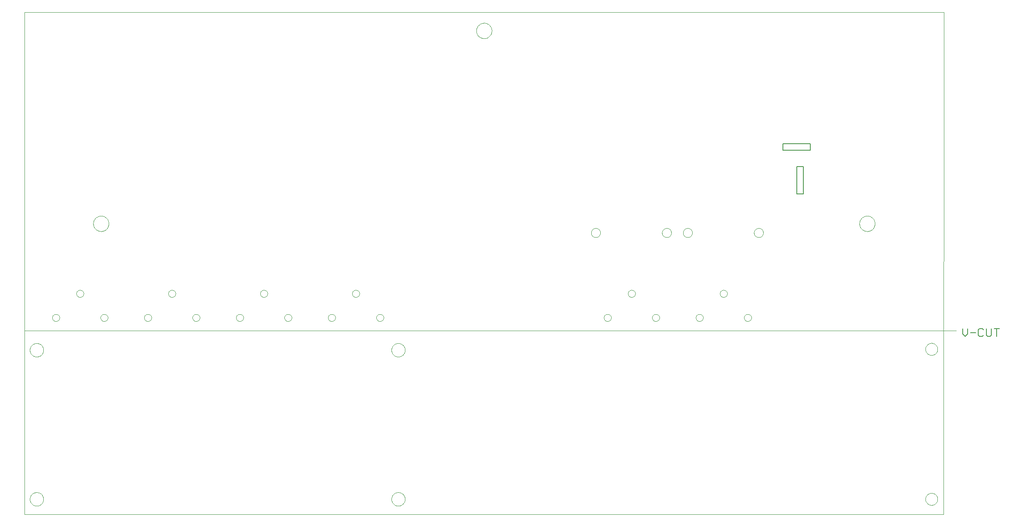
<source format=gtp>
G75*
%MOIN*%
%OFA0B0*%
%FSLAX24Y24*%
%IPPOS*%
%LPD*%
%AMOC8*
5,1,8,0,0,1.08239X$1,22.5*
%
%ADD10C,0.0000*%
%ADD11C,0.0060*%
%ADD12C,0.0050*%
D10*
X000500Y000250D02*
X000500Y015250D01*
X076500Y015250D01*
X074008Y013750D02*
X074010Y013794D01*
X074016Y013838D01*
X074026Y013881D01*
X074039Y013923D01*
X074057Y013963D01*
X074078Y014002D01*
X074102Y014039D01*
X074129Y014074D01*
X074160Y014106D01*
X074193Y014135D01*
X074229Y014161D01*
X074267Y014183D01*
X074307Y014202D01*
X074348Y014218D01*
X074391Y014230D01*
X074434Y014238D01*
X074478Y014242D01*
X074522Y014242D01*
X074566Y014238D01*
X074609Y014230D01*
X074652Y014218D01*
X074693Y014202D01*
X074733Y014183D01*
X074771Y014161D01*
X074807Y014135D01*
X074840Y014106D01*
X074871Y014074D01*
X074898Y014039D01*
X074922Y014002D01*
X074943Y013963D01*
X074961Y013923D01*
X074974Y013881D01*
X074984Y013838D01*
X074990Y013794D01*
X074992Y013750D01*
X074990Y013706D01*
X074984Y013662D01*
X074974Y013619D01*
X074961Y013577D01*
X074943Y013537D01*
X074922Y013498D01*
X074898Y013461D01*
X074871Y013426D01*
X074840Y013394D01*
X074807Y013365D01*
X074771Y013339D01*
X074733Y013317D01*
X074693Y013298D01*
X074652Y013282D01*
X074609Y013270D01*
X074566Y013262D01*
X074522Y013258D01*
X074478Y013258D01*
X074434Y013262D01*
X074391Y013270D01*
X074348Y013282D01*
X074307Y013298D01*
X074267Y013317D01*
X074229Y013339D01*
X074193Y013365D01*
X074160Y013394D01*
X074129Y013426D01*
X074102Y013461D01*
X074078Y013498D01*
X074057Y013537D01*
X074039Y013577D01*
X074026Y013619D01*
X074016Y013662D01*
X074010Y013706D01*
X074008Y013750D01*
X059213Y016313D02*
X059215Y016347D01*
X059221Y016381D01*
X059231Y016414D01*
X059244Y016445D01*
X059262Y016475D01*
X059282Y016503D01*
X059306Y016528D01*
X059332Y016550D01*
X059360Y016568D01*
X059391Y016584D01*
X059423Y016596D01*
X059457Y016604D01*
X059491Y016608D01*
X059525Y016608D01*
X059559Y016604D01*
X059593Y016596D01*
X059625Y016584D01*
X059655Y016568D01*
X059684Y016550D01*
X059710Y016528D01*
X059734Y016503D01*
X059754Y016475D01*
X059772Y016445D01*
X059785Y016414D01*
X059795Y016381D01*
X059801Y016347D01*
X059803Y016313D01*
X059801Y016279D01*
X059795Y016245D01*
X059785Y016212D01*
X059772Y016181D01*
X059754Y016151D01*
X059734Y016123D01*
X059710Y016098D01*
X059684Y016076D01*
X059656Y016058D01*
X059625Y016042D01*
X059593Y016030D01*
X059559Y016022D01*
X059525Y016018D01*
X059491Y016018D01*
X059457Y016022D01*
X059423Y016030D01*
X059391Y016042D01*
X059360Y016058D01*
X059332Y016076D01*
X059306Y016098D01*
X059282Y016123D01*
X059262Y016151D01*
X059244Y016181D01*
X059231Y016212D01*
X059221Y016245D01*
X059215Y016279D01*
X059213Y016313D01*
X055276Y016313D02*
X055278Y016347D01*
X055284Y016381D01*
X055294Y016414D01*
X055307Y016445D01*
X055325Y016475D01*
X055345Y016503D01*
X055369Y016528D01*
X055395Y016550D01*
X055423Y016568D01*
X055454Y016584D01*
X055486Y016596D01*
X055520Y016604D01*
X055554Y016608D01*
X055588Y016608D01*
X055622Y016604D01*
X055656Y016596D01*
X055688Y016584D01*
X055718Y016568D01*
X055747Y016550D01*
X055773Y016528D01*
X055797Y016503D01*
X055817Y016475D01*
X055835Y016445D01*
X055848Y016414D01*
X055858Y016381D01*
X055864Y016347D01*
X055866Y016313D01*
X055864Y016279D01*
X055858Y016245D01*
X055848Y016212D01*
X055835Y016181D01*
X055817Y016151D01*
X055797Y016123D01*
X055773Y016098D01*
X055747Y016076D01*
X055719Y016058D01*
X055688Y016042D01*
X055656Y016030D01*
X055622Y016022D01*
X055588Y016018D01*
X055554Y016018D01*
X055520Y016022D01*
X055486Y016030D01*
X055454Y016042D01*
X055423Y016058D01*
X055395Y016076D01*
X055369Y016098D01*
X055345Y016123D01*
X055325Y016151D01*
X055307Y016181D01*
X055294Y016212D01*
X055284Y016245D01*
X055278Y016279D01*
X055276Y016313D01*
X051713Y016313D02*
X051715Y016347D01*
X051721Y016381D01*
X051731Y016414D01*
X051744Y016445D01*
X051762Y016475D01*
X051782Y016503D01*
X051806Y016528D01*
X051832Y016550D01*
X051860Y016568D01*
X051891Y016584D01*
X051923Y016596D01*
X051957Y016604D01*
X051991Y016608D01*
X052025Y016608D01*
X052059Y016604D01*
X052093Y016596D01*
X052125Y016584D01*
X052155Y016568D01*
X052184Y016550D01*
X052210Y016528D01*
X052234Y016503D01*
X052254Y016475D01*
X052272Y016445D01*
X052285Y016414D01*
X052295Y016381D01*
X052301Y016347D01*
X052303Y016313D01*
X052301Y016279D01*
X052295Y016245D01*
X052285Y016212D01*
X052272Y016181D01*
X052254Y016151D01*
X052234Y016123D01*
X052210Y016098D01*
X052184Y016076D01*
X052156Y016058D01*
X052125Y016042D01*
X052093Y016030D01*
X052059Y016022D01*
X052025Y016018D01*
X051991Y016018D01*
X051957Y016022D01*
X051923Y016030D01*
X051891Y016042D01*
X051860Y016058D01*
X051832Y016076D01*
X051806Y016098D01*
X051782Y016123D01*
X051762Y016151D01*
X051744Y016181D01*
X051731Y016212D01*
X051721Y016245D01*
X051715Y016279D01*
X051713Y016313D01*
X049744Y018281D02*
X049746Y018315D01*
X049752Y018349D01*
X049762Y018382D01*
X049775Y018413D01*
X049793Y018443D01*
X049813Y018471D01*
X049837Y018496D01*
X049863Y018518D01*
X049891Y018536D01*
X049922Y018552D01*
X049954Y018564D01*
X049988Y018572D01*
X050022Y018576D01*
X050056Y018576D01*
X050090Y018572D01*
X050124Y018564D01*
X050156Y018552D01*
X050186Y018536D01*
X050215Y018518D01*
X050241Y018496D01*
X050265Y018471D01*
X050285Y018443D01*
X050303Y018413D01*
X050316Y018382D01*
X050326Y018349D01*
X050332Y018315D01*
X050334Y018281D01*
X050332Y018247D01*
X050326Y018213D01*
X050316Y018180D01*
X050303Y018149D01*
X050285Y018119D01*
X050265Y018091D01*
X050241Y018066D01*
X050215Y018044D01*
X050187Y018026D01*
X050156Y018010D01*
X050124Y017998D01*
X050090Y017990D01*
X050056Y017986D01*
X050022Y017986D01*
X049988Y017990D01*
X049954Y017998D01*
X049922Y018010D01*
X049891Y018026D01*
X049863Y018044D01*
X049837Y018066D01*
X049813Y018091D01*
X049793Y018119D01*
X049775Y018149D01*
X049762Y018180D01*
X049752Y018213D01*
X049746Y018247D01*
X049744Y018281D01*
X047776Y016313D02*
X047778Y016347D01*
X047784Y016381D01*
X047794Y016414D01*
X047807Y016445D01*
X047825Y016475D01*
X047845Y016503D01*
X047869Y016528D01*
X047895Y016550D01*
X047923Y016568D01*
X047954Y016584D01*
X047986Y016596D01*
X048020Y016604D01*
X048054Y016608D01*
X048088Y016608D01*
X048122Y016604D01*
X048156Y016596D01*
X048188Y016584D01*
X048218Y016568D01*
X048247Y016550D01*
X048273Y016528D01*
X048297Y016503D01*
X048317Y016475D01*
X048335Y016445D01*
X048348Y016414D01*
X048358Y016381D01*
X048364Y016347D01*
X048366Y016313D01*
X048364Y016279D01*
X048358Y016245D01*
X048348Y016212D01*
X048335Y016181D01*
X048317Y016151D01*
X048297Y016123D01*
X048273Y016098D01*
X048247Y016076D01*
X048219Y016058D01*
X048188Y016042D01*
X048156Y016030D01*
X048122Y016022D01*
X048088Y016018D01*
X048054Y016018D01*
X048020Y016022D01*
X047986Y016030D01*
X047954Y016042D01*
X047923Y016058D01*
X047895Y016076D01*
X047869Y016098D01*
X047845Y016123D01*
X047825Y016151D01*
X047807Y016181D01*
X047794Y016212D01*
X047784Y016245D01*
X047778Y016279D01*
X047776Y016313D01*
X057244Y018281D02*
X057246Y018315D01*
X057252Y018349D01*
X057262Y018382D01*
X057275Y018413D01*
X057293Y018443D01*
X057313Y018471D01*
X057337Y018496D01*
X057363Y018518D01*
X057391Y018536D01*
X057422Y018552D01*
X057454Y018564D01*
X057488Y018572D01*
X057522Y018576D01*
X057556Y018576D01*
X057590Y018572D01*
X057624Y018564D01*
X057656Y018552D01*
X057686Y018536D01*
X057715Y018518D01*
X057741Y018496D01*
X057765Y018471D01*
X057785Y018443D01*
X057803Y018413D01*
X057816Y018382D01*
X057826Y018349D01*
X057832Y018315D01*
X057834Y018281D01*
X057832Y018247D01*
X057826Y018213D01*
X057816Y018180D01*
X057803Y018149D01*
X057785Y018119D01*
X057765Y018091D01*
X057741Y018066D01*
X057715Y018044D01*
X057687Y018026D01*
X057656Y018010D01*
X057624Y017998D01*
X057590Y017990D01*
X057556Y017986D01*
X057522Y017986D01*
X057488Y017990D01*
X057454Y017998D01*
X057422Y018010D01*
X057391Y018026D01*
X057363Y018044D01*
X057337Y018066D01*
X057313Y018091D01*
X057293Y018119D01*
X057275Y018149D01*
X057262Y018180D01*
X057252Y018213D01*
X057246Y018247D01*
X057244Y018281D01*
X054231Y023250D02*
X054233Y023288D01*
X054239Y023327D01*
X054249Y023364D01*
X054262Y023400D01*
X054280Y023434D01*
X054300Y023467D01*
X054324Y023497D01*
X054351Y023524D01*
X054381Y023549D01*
X054412Y023571D01*
X054446Y023589D01*
X054482Y023603D01*
X054519Y023614D01*
X054557Y023621D01*
X054595Y023624D01*
X054634Y023623D01*
X054672Y023618D01*
X054710Y023609D01*
X054746Y023596D01*
X054781Y023580D01*
X054814Y023560D01*
X054845Y023537D01*
X054873Y023511D01*
X054898Y023482D01*
X054921Y023451D01*
X054940Y023417D01*
X054955Y023382D01*
X054967Y023345D01*
X054975Y023308D01*
X054979Y023269D01*
X054979Y023231D01*
X054975Y023192D01*
X054967Y023155D01*
X054955Y023118D01*
X054940Y023083D01*
X054921Y023049D01*
X054898Y023018D01*
X054873Y022989D01*
X054845Y022963D01*
X054814Y022940D01*
X054781Y022920D01*
X054746Y022904D01*
X054710Y022891D01*
X054672Y022882D01*
X054634Y022877D01*
X054595Y022876D01*
X054557Y022879D01*
X054519Y022886D01*
X054482Y022897D01*
X054446Y022911D01*
X054412Y022929D01*
X054381Y022951D01*
X054351Y022976D01*
X054324Y023003D01*
X054300Y023033D01*
X054280Y023066D01*
X054262Y023100D01*
X054249Y023136D01*
X054239Y023173D01*
X054233Y023212D01*
X054231Y023250D01*
X052521Y023250D02*
X052523Y023288D01*
X052529Y023327D01*
X052539Y023364D01*
X052552Y023400D01*
X052570Y023434D01*
X052590Y023467D01*
X052614Y023497D01*
X052641Y023524D01*
X052671Y023549D01*
X052702Y023571D01*
X052736Y023589D01*
X052772Y023603D01*
X052809Y023614D01*
X052847Y023621D01*
X052885Y023624D01*
X052924Y023623D01*
X052962Y023618D01*
X053000Y023609D01*
X053036Y023596D01*
X053071Y023580D01*
X053104Y023560D01*
X053135Y023537D01*
X053163Y023511D01*
X053188Y023482D01*
X053211Y023451D01*
X053230Y023417D01*
X053245Y023382D01*
X053257Y023345D01*
X053265Y023308D01*
X053269Y023269D01*
X053269Y023231D01*
X053265Y023192D01*
X053257Y023155D01*
X053245Y023118D01*
X053230Y023083D01*
X053211Y023049D01*
X053188Y023018D01*
X053163Y022989D01*
X053135Y022963D01*
X053104Y022940D01*
X053071Y022920D01*
X053036Y022904D01*
X053000Y022891D01*
X052962Y022882D01*
X052924Y022877D01*
X052885Y022876D01*
X052847Y022879D01*
X052809Y022886D01*
X052772Y022897D01*
X052736Y022911D01*
X052702Y022929D01*
X052671Y022951D01*
X052641Y022976D01*
X052614Y023003D01*
X052590Y023033D01*
X052570Y023066D01*
X052552Y023100D01*
X052539Y023136D01*
X052529Y023173D01*
X052523Y023212D01*
X052521Y023250D01*
X046731Y023250D02*
X046733Y023288D01*
X046739Y023327D01*
X046749Y023364D01*
X046762Y023400D01*
X046780Y023434D01*
X046800Y023467D01*
X046824Y023497D01*
X046851Y023524D01*
X046881Y023549D01*
X046912Y023571D01*
X046946Y023589D01*
X046982Y023603D01*
X047019Y023614D01*
X047057Y023621D01*
X047095Y023624D01*
X047134Y023623D01*
X047172Y023618D01*
X047210Y023609D01*
X047246Y023596D01*
X047281Y023580D01*
X047314Y023560D01*
X047345Y023537D01*
X047373Y023511D01*
X047398Y023482D01*
X047421Y023451D01*
X047440Y023417D01*
X047455Y023382D01*
X047467Y023345D01*
X047475Y023308D01*
X047479Y023269D01*
X047479Y023231D01*
X047475Y023192D01*
X047467Y023155D01*
X047455Y023118D01*
X047440Y023083D01*
X047421Y023049D01*
X047398Y023018D01*
X047373Y022989D01*
X047345Y022963D01*
X047314Y022940D01*
X047281Y022920D01*
X047246Y022904D01*
X047210Y022891D01*
X047172Y022882D01*
X047134Y022877D01*
X047095Y022876D01*
X047057Y022879D01*
X047019Y022886D01*
X046982Y022897D01*
X046946Y022911D01*
X046912Y022929D01*
X046881Y022951D01*
X046851Y022976D01*
X046824Y023003D01*
X046800Y023033D01*
X046780Y023066D01*
X046762Y023100D01*
X046749Y023136D01*
X046739Y023173D01*
X046733Y023212D01*
X046731Y023250D01*
X060021Y023250D02*
X060023Y023288D01*
X060029Y023327D01*
X060039Y023364D01*
X060052Y023400D01*
X060070Y023434D01*
X060090Y023467D01*
X060114Y023497D01*
X060141Y023524D01*
X060171Y023549D01*
X060202Y023571D01*
X060236Y023589D01*
X060272Y023603D01*
X060309Y023614D01*
X060347Y023621D01*
X060385Y023624D01*
X060424Y023623D01*
X060462Y023618D01*
X060500Y023609D01*
X060536Y023596D01*
X060571Y023580D01*
X060604Y023560D01*
X060635Y023537D01*
X060663Y023511D01*
X060688Y023482D01*
X060711Y023451D01*
X060730Y023417D01*
X060745Y023382D01*
X060757Y023345D01*
X060765Y023308D01*
X060769Y023269D01*
X060769Y023231D01*
X060765Y023192D01*
X060757Y023155D01*
X060745Y023118D01*
X060730Y023083D01*
X060711Y023049D01*
X060688Y023018D01*
X060663Y022989D01*
X060635Y022963D01*
X060604Y022940D01*
X060571Y022920D01*
X060536Y022904D01*
X060500Y022891D01*
X060462Y022882D01*
X060424Y022877D01*
X060385Y022876D01*
X060347Y022879D01*
X060309Y022886D01*
X060272Y022897D01*
X060236Y022911D01*
X060202Y022929D01*
X060171Y022951D01*
X060141Y022976D01*
X060114Y023003D01*
X060090Y023033D01*
X060070Y023066D01*
X060052Y023100D01*
X060039Y023136D01*
X060029Y023173D01*
X060023Y023212D01*
X060021Y023250D01*
X068620Y024000D02*
X068622Y024050D01*
X068628Y024100D01*
X068638Y024149D01*
X068652Y024197D01*
X068669Y024244D01*
X068690Y024289D01*
X068715Y024333D01*
X068743Y024374D01*
X068775Y024413D01*
X068809Y024450D01*
X068846Y024484D01*
X068886Y024514D01*
X068928Y024541D01*
X068972Y024565D01*
X069018Y024586D01*
X069065Y024602D01*
X069113Y024615D01*
X069163Y024624D01*
X069212Y024629D01*
X069263Y024630D01*
X069313Y024627D01*
X069362Y024620D01*
X069411Y024609D01*
X069459Y024594D01*
X069505Y024576D01*
X069550Y024554D01*
X069593Y024528D01*
X069634Y024499D01*
X069673Y024467D01*
X069709Y024432D01*
X069741Y024394D01*
X069771Y024354D01*
X069798Y024311D01*
X069821Y024267D01*
X069840Y024221D01*
X069856Y024173D01*
X069868Y024124D01*
X069876Y024075D01*
X069880Y024025D01*
X069880Y023975D01*
X069876Y023925D01*
X069868Y023876D01*
X069856Y023827D01*
X069840Y023779D01*
X069821Y023733D01*
X069798Y023689D01*
X069771Y023646D01*
X069741Y023606D01*
X069709Y023568D01*
X069673Y023533D01*
X069634Y023501D01*
X069593Y023472D01*
X069550Y023446D01*
X069505Y023424D01*
X069459Y023406D01*
X069411Y023391D01*
X069362Y023380D01*
X069313Y023373D01*
X069263Y023370D01*
X069212Y023371D01*
X069163Y023376D01*
X069113Y023385D01*
X069065Y023398D01*
X069018Y023414D01*
X068972Y023435D01*
X068928Y023459D01*
X068886Y023486D01*
X068846Y023516D01*
X068809Y023550D01*
X068775Y023587D01*
X068743Y023626D01*
X068715Y023667D01*
X068690Y023711D01*
X068669Y023756D01*
X068652Y023803D01*
X068638Y023851D01*
X068628Y023900D01*
X068622Y023950D01*
X068620Y024000D01*
X037370Y039750D02*
X037372Y039800D01*
X037378Y039850D01*
X037388Y039899D01*
X037402Y039947D01*
X037419Y039994D01*
X037440Y040039D01*
X037465Y040083D01*
X037493Y040124D01*
X037525Y040163D01*
X037559Y040200D01*
X037596Y040234D01*
X037636Y040264D01*
X037678Y040291D01*
X037722Y040315D01*
X037768Y040336D01*
X037815Y040352D01*
X037863Y040365D01*
X037913Y040374D01*
X037962Y040379D01*
X038013Y040380D01*
X038063Y040377D01*
X038112Y040370D01*
X038161Y040359D01*
X038209Y040344D01*
X038255Y040326D01*
X038300Y040304D01*
X038343Y040278D01*
X038384Y040249D01*
X038423Y040217D01*
X038459Y040182D01*
X038491Y040144D01*
X038521Y040104D01*
X038548Y040061D01*
X038571Y040017D01*
X038590Y039971D01*
X038606Y039923D01*
X038618Y039874D01*
X038626Y039825D01*
X038630Y039775D01*
X038630Y039725D01*
X038626Y039675D01*
X038618Y039626D01*
X038606Y039577D01*
X038590Y039529D01*
X038571Y039483D01*
X038548Y039439D01*
X038521Y039396D01*
X038491Y039356D01*
X038459Y039318D01*
X038423Y039283D01*
X038384Y039251D01*
X038343Y039222D01*
X038300Y039196D01*
X038255Y039174D01*
X038209Y039156D01*
X038161Y039141D01*
X038112Y039130D01*
X038063Y039123D01*
X038013Y039120D01*
X037962Y039121D01*
X037913Y039126D01*
X037863Y039135D01*
X037815Y039148D01*
X037768Y039164D01*
X037722Y039185D01*
X037678Y039209D01*
X037636Y039236D01*
X037596Y039266D01*
X037559Y039300D01*
X037525Y039337D01*
X037493Y039376D01*
X037465Y039417D01*
X037440Y039461D01*
X037419Y039506D01*
X037402Y039553D01*
X037388Y039601D01*
X037378Y039650D01*
X037372Y039700D01*
X037370Y039750D01*
X006120Y024000D02*
X006122Y024050D01*
X006128Y024100D01*
X006138Y024149D01*
X006152Y024197D01*
X006169Y024244D01*
X006190Y024289D01*
X006215Y024333D01*
X006243Y024374D01*
X006275Y024413D01*
X006309Y024450D01*
X006346Y024484D01*
X006386Y024514D01*
X006428Y024541D01*
X006472Y024565D01*
X006518Y024586D01*
X006565Y024602D01*
X006613Y024615D01*
X006663Y024624D01*
X006712Y024629D01*
X006763Y024630D01*
X006813Y024627D01*
X006862Y024620D01*
X006911Y024609D01*
X006959Y024594D01*
X007005Y024576D01*
X007050Y024554D01*
X007093Y024528D01*
X007134Y024499D01*
X007173Y024467D01*
X007209Y024432D01*
X007241Y024394D01*
X007271Y024354D01*
X007298Y024311D01*
X007321Y024267D01*
X007340Y024221D01*
X007356Y024173D01*
X007368Y024124D01*
X007376Y024075D01*
X007380Y024025D01*
X007380Y023975D01*
X007376Y023925D01*
X007368Y023876D01*
X007356Y023827D01*
X007340Y023779D01*
X007321Y023733D01*
X007298Y023689D01*
X007271Y023646D01*
X007241Y023606D01*
X007209Y023568D01*
X007173Y023533D01*
X007134Y023501D01*
X007093Y023472D01*
X007050Y023446D01*
X007005Y023424D01*
X006959Y023406D01*
X006911Y023391D01*
X006862Y023380D01*
X006813Y023373D01*
X006763Y023370D01*
X006712Y023371D01*
X006663Y023376D01*
X006613Y023385D01*
X006565Y023398D01*
X006518Y023414D01*
X006472Y023435D01*
X006428Y023459D01*
X006386Y023486D01*
X006346Y023516D01*
X006309Y023550D01*
X006275Y023587D01*
X006243Y023626D01*
X006215Y023667D01*
X006190Y023711D01*
X006169Y023756D01*
X006152Y023803D01*
X006138Y023851D01*
X006128Y023900D01*
X006122Y023950D01*
X006120Y024000D01*
X004744Y018281D02*
X004746Y018315D01*
X004752Y018349D01*
X004762Y018382D01*
X004775Y018413D01*
X004793Y018443D01*
X004813Y018471D01*
X004837Y018496D01*
X004863Y018518D01*
X004891Y018536D01*
X004922Y018552D01*
X004954Y018564D01*
X004988Y018572D01*
X005022Y018576D01*
X005056Y018576D01*
X005090Y018572D01*
X005124Y018564D01*
X005156Y018552D01*
X005186Y018536D01*
X005215Y018518D01*
X005241Y018496D01*
X005265Y018471D01*
X005285Y018443D01*
X005303Y018413D01*
X005316Y018382D01*
X005326Y018349D01*
X005332Y018315D01*
X005334Y018281D01*
X005332Y018247D01*
X005326Y018213D01*
X005316Y018180D01*
X005303Y018149D01*
X005285Y018119D01*
X005265Y018091D01*
X005241Y018066D01*
X005215Y018044D01*
X005187Y018026D01*
X005156Y018010D01*
X005124Y017998D01*
X005090Y017990D01*
X005056Y017986D01*
X005022Y017986D01*
X004988Y017990D01*
X004954Y017998D01*
X004922Y018010D01*
X004891Y018026D01*
X004863Y018044D01*
X004837Y018066D01*
X004813Y018091D01*
X004793Y018119D01*
X004775Y018149D01*
X004762Y018180D01*
X004752Y018213D01*
X004746Y018247D01*
X004744Y018281D01*
X002776Y016313D02*
X002778Y016347D01*
X002784Y016381D01*
X002794Y016414D01*
X002807Y016445D01*
X002825Y016475D01*
X002845Y016503D01*
X002869Y016528D01*
X002895Y016550D01*
X002923Y016568D01*
X002954Y016584D01*
X002986Y016596D01*
X003020Y016604D01*
X003054Y016608D01*
X003088Y016608D01*
X003122Y016604D01*
X003156Y016596D01*
X003188Y016584D01*
X003218Y016568D01*
X003247Y016550D01*
X003273Y016528D01*
X003297Y016503D01*
X003317Y016475D01*
X003335Y016445D01*
X003348Y016414D01*
X003358Y016381D01*
X003364Y016347D01*
X003366Y016313D01*
X003364Y016279D01*
X003358Y016245D01*
X003348Y016212D01*
X003335Y016181D01*
X003317Y016151D01*
X003297Y016123D01*
X003273Y016098D01*
X003247Y016076D01*
X003219Y016058D01*
X003188Y016042D01*
X003156Y016030D01*
X003122Y016022D01*
X003088Y016018D01*
X003054Y016018D01*
X003020Y016022D01*
X002986Y016030D01*
X002954Y016042D01*
X002923Y016058D01*
X002895Y016076D01*
X002869Y016098D01*
X002845Y016123D01*
X002825Y016151D01*
X002807Y016181D01*
X002794Y016212D01*
X002784Y016245D01*
X002778Y016279D01*
X002776Y016313D01*
X000500Y015250D02*
X000500Y041250D01*
X075500Y041250D01*
X075492Y000250D01*
X000500Y000250D01*
X000949Y001500D02*
X000951Y001547D01*
X000957Y001593D01*
X000967Y001639D01*
X000980Y001684D01*
X000998Y001727D01*
X001019Y001769D01*
X001043Y001809D01*
X001071Y001846D01*
X001102Y001881D01*
X001136Y001914D01*
X001172Y001943D01*
X001211Y001969D01*
X001252Y001992D01*
X001295Y002011D01*
X001339Y002027D01*
X001384Y002039D01*
X001430Y002047D01*
X001477Y002051D01*
X001523Y002051D01*
X001570Y002047D01*
X001616Y002039D01*
X001661Y002027D01*
X001705Y002011D01*
X001748Y001992D01*
X001789Y001969D01*
X001828Y001943D01*
X001864Y001914D01*
X001898Y001881D01*
X001929Y001846D01*
X001957Y001809D01*
X001981Y001769D01*
X002002Y001727D01*
X002020Y001684D01*
X002033Y001639D01*
X002043Y001593D01*
X002049Y001547D01*
X002051Y001500D01*
X002049Y001453D01*
X002043Y001407D01*
X002033Y001361D01*
X002020Y001316D01*
X002002Y001273D01*
X001981Y001231D01*
X001957Y001191D01*
X001929Y001154D01*
X001898Y001119D01*
X001864Y001086D01*
X001828Y001057D01*
X001789Y001031D01*
X001748Y001008D01*
X001705Y000989D01*
X001661Y000973D01*
X001616Y000961D01*
X001570Y000953D01*
X001523Y000949D01*
X001477Y000949D01*
X001430Y000953D01*
X001384Y000961D01*
X001339Y000973D01*
X001295Y000989D01*
X001252Y001008D01*
X001211Y001031D01*
X001172Y001057D01*
X001136Y001086D01*
X001102Y001119D01*
X001071Y001154D01*
X001043Y001191D01*
X001019Y001231D01*
X000998Y001273D01*
X000980Y001316D01*
X000967Y001361D01*
X000957Y001407D01*
X000951Y001453D01*
X000949Y001500D01*
X000949Y013673D02*
X000951Y013720D01*
X000957Y013766D01*
X000967Y013812D01*
X000980Y013857D01*
X000998Y013900D01*
X001019Y013942D01*
X001043Y013982D01*
X001071Y014019D01*
X001102Y014054D01*
X001136Y014087D01*
X001172Y014116D01*
X001211Y014142D01*
X001252Y014165D01*
X001295Y014184D01*
X001339Y014200D01*
X001384Y014212D01*
X001430Y014220D01*
X001477Y014224D01*
X001523Y014224D01*
X001570Y014220D01*
X001616Y014212D01*
X001661Y014200D01*
X001705Y014184D01*
X001748Y014165D01*
X001789Y014142D01*
X001828Y014116D01*
X001864Y014087D01*
X001898Y014054D01*
X001929Y014019D01*
X001957Y013982D01*
X001981Y013942D01*
X002002Y013900D01*
X002020Y013857D01*
X002033Y013812D01*
X002043Y013766D01*
X002049Y013720D01*
X002051Y013673D01*
X002049Y013626D01*
X002043Y013580D01*
X002033Y013534D01*
X002020Y013489D01*
X002002Y013446D01*
X001981Y013404D01*
X001957Y013364D01*
X001929Y013327D01*
X001898Y013292D01*
X001864Y013259D01*
X001828Y013230D01*
X001789Y013204D01*
X001748Y013181D01*
X001705Y013162D01*
X001661Y013146D01*
X001616Y013134D01*
X001570Y013126D01*
X001523Y013122D01*
X001477Y013122D01*
X001430Y013126D01*
X001384Y013134D01*
X001339Y013146D01*
X001295Y013162D01*
X001252Y013181D01*
X001211Y013204D01*
X001172Y013230D01*
X001136Y013259D01*
X001102Y013292D01*
X001071Y013327D01*
X001043Y013364D01*
X001019Y013404D01*
X000998Y013446D01*
X000980Y013489D01*
X000967Y013534D01*
X000957Y013580D01*
X000951Y013626D01*
X000949Y013673D01*
X006713Y016313D02*
X006715Y016347D01*
X006721Y016381D01*
X006731Y016414D01*
X006744Y016445D01*
X006762Y016475D01*
X006782Y016503D01*
X006806Y016528D01*
X006832Y016550D01*
X006860Y016568D01*
X006891Y016584D01*
X006923Y016596D01*
X006957Y016604D01*
X006991Y016608D01*
X007025Y016608D01*
X007059Y016604D01*
X007093Y016596D01*
X007125Y016584D01*
X007155Y016568D01*
X007184Y016550D01*
X007210Y016528D01*
X007234Y016503D01*
X007254Y016475D01*
X007272Y016445D01*
X007285Y016414D01*
X007295Y016381D01*
X007301Y016347D01*
X007303Y016313D01*
X007301Y016279D01*
X007295Y016245D01*
X007285Y016212D01*
X007272Y016181D01*
X007254Y016151D01*
X007234Y016123D01*
X007210Y016098D01*
X007184Y016076D01*
X007156Y016058D01*
X007125Y016042D01*
X007093Y016030D01*
X007059Y016022D01*
X007025Y016018D01*
X006991Y016018D01*
X006957Y016022D01*
X006923Y016030D01*
X006891Y016042D01*
X006860Y016058D01*
X006832Y016076D01*
X006806Y016098D01*
X006782Y016123D01*
X006762Y016151D01*
X006744Y016181D01*
X006731Y016212D01*
X006721Y016245D01*
X006715Y016279D01*
X006713Y016313D01*
X010276Y016313D02*
X010278Y016347D01*
X010284Y016381D01*
X010294Y016414D01*
X010307Y016445D01*
X010325Y016475D01*
X010345Y016503D01*
X010369Y016528D01*
X010395Y016550D01*
X010423Y016568D01*
X010454Y016584D01*
X010486Y016596D01*
X010520Y016604D01*
X010554Y016608D01*
X010588Y016608D01*
X010622Y016604D01*
X010656Y016596D01*
X010688Y016584D01*
X010718Y016568D01*
X010747Y016550D01*
X010773Y016528D01*
X010797Y016503D01*
X010817Y016475D01*
X010835Y016445D01*
X010848Y016414D01*
X010858Y016381D01*
X010864Y016347D01*
X010866Y016313D01*
X010864Y016279D01*
X010858Y016245D01*
X010848Y016212D01*
X010835Y016181D01*
X010817Y016151D01*
X010797Y016123D01*
X010773Y016098D01*
X010747Y016076D01*
X010719Y016058D01*
X010688Y016042D01*
X010656Y016030D01*
X010622Y016022D01*
X010588Y016018D01*
X010554Y016018D01*
X010520Y016022D01*
X010486Y016030D01*
X010454Y016042D01*
X010423Y016058D01*
X010395Y016076D01*
X010369Y016098D01*
X010345Y016123D01*
X010325Y016151D01*
X010307Y016181D01*
X010294Y016212D01*
X010284Y016245D01*
X010278Y016279D01*
X010276Y016313D01*
X012244Y018281D02*
X012246Y018315D01*
X012252Y018349D01*
X012262Y018382D01*
X012275Y018413D01*
X012293Y018443D01*
X012313Y018471D01*
X012337Y018496D01*
X012363Y018518D01*
X012391Y018536D01*
X012422Y018552D01*
X012454Y018564D01*
X012488Y018572D01*
X012522Y018576D01*
X012556Y018576D01*
X012590Y018572D01*
X012624Y018564D01*
X012656Y018552D01*
X012686Y018536D01*
X012715Y018518D01*
X012741Y018496D01*
X012765Y018471D01*
X012785Y018443D01*
X012803Y018413D01*
X012816Y018382D01*
X012826Y018349D01*
X012832Y018315D01*
X012834Y018281D01*
X012832Y018247D01*
X012826Y018213D01*
X012816Y018180D01*
X012803Y018149D01*
X012785Y018119D01*
X012765Y018091D01*
X012741Y018066D01*
X012715Y018044D01*
X012687Y018026D01*
X012656Y018010D01*
X012624Y017998D01*
X012590Y017990D01*
X012556Y017986D01*
X012522Y017986D01*
X012488Y017990D01*
X012454Y017998D01*
X012422Y018010D01*
X012391Y018026D01*
X012363Y018044D01*
X012337Y018066D01*
X012313Y018091D01*
X012293Y018119D01*
X012275Y018149D01*
X012262Y018180D01*
X012252Y018213D01*
X012246Y018247D01*
X012244Y018281D01*
X014213Y016313D02*
X014215Y016347D01*
X014221Y016381D01*
X014231Y016414D01*
X014244Y016445D01*
X014262Y016475D01*
X014282Y016503D01*
X014306Y016528D01*
X014332Y016550D01*
X014360Y016568D01*
X014391Y016584D01*
X014423Y016596D01*
X014457Y016604D01*
X014491Y016608D01*
X014525Y016608D01*
X014559Y016604D01*
X014593Y016596D01*
X014625Y016584D01*
X014655Y016568D01*
X014684Y016550D01*
X014710Y016528D01*
X014734Y016503D01*
X014754Y016475D01*
X014772Y016445D01*
X014785Y016414D01*
X014795Y016381D01*
X014801Y016347D01*
X014803Y016313D01*
X014801Y016279D01*
X014795Y016245D01*
X014785Y016212D01*
X014772Y016181D01*
X014754Y016151D01*
X014734Y016123D01*
X014710Y016098D01*
X014684Y016076D01*
X014656Y016058D01*
X014625Y016042D01*
X014593Y016030D01*
X014559Y016022D01*
X014525Y016018D01*
X014491Y016018D01*
X014457Y016022D01*
X014423Y016030D01*
X014391Y016042D01*
X014360Y016058D01*
X014332Y016076D01*
X014306Y016098D01*
X014282Y016123D01*
X014262Y016151D01*
X014244Y016181D01*
X014231Y016212D01*
X014221Y016245D01*
X014215Y016279D01*
X014213Y016313D01*
X017776Y016313D02*
X017778Y016347D01*
X017784Y016381D01*
X017794Y016414D01*
X017807Y016445D01*
X017825Y016475D01*
X017845Y016503D01*
X017869Y016528D01*
X017895Y016550D01*
X017923Y016568D01*
X017954Y016584D01*
X017986Y016596D01*
X018020Y016604D01*
X018054Y016608D01*
X018088Y016608D01*
X018122Y016604D01*
X018156Y016596D01*
X018188Y016584D01*
X018218Y016568D01*
X018247Y016550D01*
X018273Y016528D01*
X018297Y016503D01*
X018317Y016475D01*
X018335Y016445D01*
X018348Y016414D01*
X018358Y016381D01*
X018364Y016347D01*
X018366Y016313D01*
X018364Y016279D01*
X018358Y016245D01*
X018348Y016212D01*
X018335Y016181D01*
X018317Y016151D01*
X018297Y016123D01*
X018273Y016098D01*
X018247Y016076D01*
X018219Y016058D01*
X018188Y016042D01*
X018156Y016030D01*
X018122Y016022D01*
X018088Y016018D01*
X018054Y016018D01*
X018020Y016022D01*
X017986Y016030D01*
X017954Y016042D01*
X017923Y016058D01*
X017895Y016076D01*
X017869Y016098D01*
X017845Y016123D01*
X017825Y016151D01*
X017807Y016181D01*
X017794Y016212D01*
X017784Y016245D01*
X017778Y016279D01*
X017776Y016313D01*
X019744Y018281D02*
X019746Y018315D01*
X019752Y018349D01*
X019762Y018382D01*
X019775Y018413D01*
X019793Y018443D01*
X019813Y018471D01*
X019837Y018496D01*
X019863Y018518D01*
X019891Y018536D01*
X019922Y018552D01*
X019954Y018564D01*
X019988Y018572D01*
X020022Y018576D01*
X020056Y018576D01*
X020090Y018572D01*
X020124Y018564D01*
X020156Y018552D01*
X020186Y018536D01*
X020215Y018518D01*
X020241Y018496D01*
X020265Y018471D01*
X020285Y018443D01*
X020303Y018413D01*
X020316Y018382D01*
X020326Y018349D01*
X020332Y018315D01*
X020334Y018281D01*
X020332Y018247D01*
X020326Y018213D01*
X020316Y018180D01*
X020303Y018149D01*
X020285Y018119D01*
X020265Y018091D01*
X020241Y018066D01*
X020215Y018044D01*
X020187Y018026D01*
X020156Y018010D01*
X020124Y017998D01*
X020090Y017990D01*
X020056Y017986D01*
X020022Y017986D01*
X019988Y017990D01*
X019954Y017998D01*
X019922Y018010D01*
X019891Y018026D01*
X019863Y018044D01*
X019837Y018066D01*
X019813Y018091D01*
X019793Y018119D01*
X019775Y018149D01*
X019762Y018180D01*
X019752Y018213D01*
X019746Y018247D01*
X019744Y018281D01*
X021713Y016313D02*
X021715Y016347D01*
X021721Y016381D01*
X021731Y016414D01*
X021744Y016445D01*
X021762Y016475D01*
X021782Y016503D01*
X021806Y016528D01*
X021832Y016550D01*
X021860Y016568D01*
X021891Y016584D01*
X021923Y016596D01*
X021957Y016604D01*
X021991Y016608D01*
X022025Y016608D01*
X022059Y016604D01*
X022093Y016596D01*
X022125Y016584D01*
X022155Y016568D01*
X022184Y016550D01*
X022210Y016528D01*
X022234Y016503D01*
X022254Y016475D01*
X022272Y016445D01*
X022285Y016414D01*
X022295Y016381D01*
X022301Y016347D01*
X022303Y016313D01*
X022301Y016279D01*
X022295Y016245D01*
X022285Y016212D01*
X022272Y016181D01*
X022254Y016151D01*
X022234Y016123D01*
X022210Y016098D01*
X022184Y016076D01*
X022156Y016058D01*
X022125Y016042D01*
X022093Y016030D01*
X022059Y016022D01*
X022025Y016018D01*
X021991Y016018D01*
X021957Y016022D01*
X021923Y016030D01*
X021891Y016042D01*
X021860Y016058D01*
X021832Y016076D01*
X021806Y016098D01*
X021782Y016123D01*
X021762Y016151D01*
X021744Y016181D01*
X021731Y016212D01*
X021721Y016245D01*
X021715Y016279D01*
X021713Y016313D01*
X025276Y016313D02*
X025278Y016347D01*
X025284Y016381D01*
X025294Y016414D01*
X025307Y016445D01*
X025325Y016475D01*
X025345Y016503D01*
X025369Y016528D01*
X025395Y016550D01*
X025423Y016568D01*
X025454Y016584D01*
X025486Y016596D01*
X025520Y016604D01*
X025554Y016608D01*
X025588Y016608D01*
X025622Y016604D01*
X025656Y016596D01*
X025688Y016584D01*
X025718Y016568D01*
X025747Y016550D01*
X025773Y016528D01*
X025797Y016503D01*
X025817Y016475D01*
X025835Y016445D01*
X025848Y016414D01*
X025858Y016381D01*
X025864Y016347D01*
X025866Y016313D01*
X025864Y016279D01*
X025858Y016245D01*
X025848Y016212D01*
X025835Y016181D01*
X025817Y016151D01*
X025797Y016123D01*
X025773Y016098D01*
X025747Y016076D01*
X025719Y016058D01*
X025688Y016042D01*
X025656Y016030D01*
X025622Y016022D01*
X025588Y016018D01*
X025554Y016018D01*
X025520Y016022D01*
X025486Y016030D01*
X025454Y016042D01*
X025423Y016058D01*
X025395Y016076D01*
X025369Y016098D01*
X025345Y016123D01*
X025325Y016151D01*
X025307Y016181D01*
X025294Y016212D01*
X025284Y016245D01*
X025278Y016279D01*
X025276Y016313D01*
X027244Y018281D02*
X027246Y018315D01*
X027252Y018349D01*
X027262Y018382D01*
X027275Y018413D01*
X027293Y018443D01*
X027313Y018471D01*
X027337Y018496D01*
X027363Y018518D01*
X027391Y018536D01*
X027422Y018552D01*
X027454Y018564D01*
X027488Y018572D01*
X027522Y018576D01*
X027556Y018576D01*
X027590Y018572D01*
X027624Y018564D01*
X027656Y018552D01*
X027686Y018536D01*
X027715Y018518D01*
X027741Y018496D01*
X027765Y018471D01*
X027785Y018443D01*
X027803Y018413D01*
X027816Y018382D01*
X027826Y018349D01*
X027832Y018315D01*
X027834Y018281D01*
X027832Y018247D01*
X027826Y018213D01*
X027816Y018180D01*
X027803Y018149D01*
X027785Y018119D01*
X027765Y018091D01*
X027741Y018066D01*
X027715Y018044D01*
X027687Y018026D01*
X027656Y018010D01*
X027624Y017998D01*
X027590Y017990D01*
X027556Y017986D01*
X027522Y017986D01*
X027488Y017990D01*
X027454Y017998D01*
X027422Y018010D01*
X027391Y018026D01*
X027363Y018044D01*
X027337Y018066D01*
X027313Y018091D01*
X027293Y018119D01*
X027275Y018149D01*
X027262Y018180D01*
X027252Y018213D01*
X027246Y018247D01*
X027244Y018281D01*
X029213Y016313D02*
X029215Y016347D01*
X029221Y016381D01*
X029231Y016414D01*
X029244Y016445D01*
X029262Y016475D01*
X029282Y016503D01*
X029306Y016528D01*
X029332Y016550D01*
X029360Y016568D01*
X029391Y016584D01*
X029423Y016596D01*
X029457Y016604D01*
X029491Y016608D01*
X029525Y016608D01*
X029559Y016604D01*
X029593Y016596D01*
X029625Y016584D01*
X029655Y016568D01*
X029684Y016550D01*
X029710Y016528D01*
X029734Y016503D01*
X029754Y016475D01*
X029772Y016445D01*
X029785Y016414D01*
X029795Y016381D01*
X029801Y016347D01*
X029803Y016313D01*
X029801Y016279D01*
X029795Y016245D01*
X029785Y016212D01*
X029772Y016181D01*
X029754Y016151D01*
X029734Y016123D01*
X029710Y016098D01*
X029684Y016076D01*
X029656Y016058D01*
X029625Y016042D01*
X029593Y016030D01*
X029559Y016022D01*
X029525Y016018D01*
X029491Y016018D01*
X029457Y016022D01*
X029423Y016030D01*
X029391Y016042D01*
X029360Y016058D01*
X029332Y016076D01*
X029306Y016098D01*
X029282Y016123D01*
X029262Y016151D01*
X029244Y016181D01*
X029231Y016212D01*
X029221Y016245D01*
X029215Y016279D01*
X029213Y016313D01*
X030445Y013673D02*
X030447Y013720D01*
X030453Y013766D01*
X030463Y013812D01*
X030476Y013857D01*
X030494Y013900D01*
X030515Y013942D01*
X030539Y013982D01*
X030567Y014019D01*
X030598Y014054D01*
X030632Y014087D01*
X030668Y014116D01*
X030707Y014142D01*
X030748Y014165D01*
X030791Y014184D01*
X030835Y014200D01*
X030880Y014212D01*
X030926Y014220D01*
X030973Y014224D01*
X031019Y014224D01*
X031066Y014220D01*
X031112Y014212D01*
X031157Y014200D01*
X031201Y014184D01*
X031244Y014165D01*
X031285Y014142D01*
X031324Y014116D01*
X031360Y014087D01*
X031394Y014054D01*
X031425Y014019D01*
X031453Y013982D01*
X031477Y013942D01*
X031498Y013900D01*
X031516Y013857D01*
X031529Y013812D01*
X031539Y013766D01*
X031545Y013720D01*
X031547Y013673D01*
X031545Y013626D01*
X031539Y013580D01*
X031529Y013534D01*
X031516Y013489D01*
X031498Y013446D01*
X031477Y013404D01*
X031453Y013364D01*
X031425Y013327D01*
X031394Y013292D01*
X031360Y013259D01*
X031324Y013230D01*
X031285Y013204D01*
X031244Y013181D01*
X031201Y013162D01*
X031157Y013146D01*
X031112Y013134D01*
X031066Y013126D01*
X031019Y013122D01*
X030973Y013122D01*
X030926Y013126D01*
X030880Y013134D01*
X030835Y013146D01*
X030791Y013162D01*
X030748Y013181D01*
X030707Y013204D01*
X030668Y013230D01*
X030632Y013259D01*
X030598Y013292D01*
X030567Y013327D01*
X030539Y013364D01*
X030515Y013404D01*
X030494Y013446D01*
X030476Y013489D01*
X030463Y013534D01*
X030453Y013580D01*
X030447Y013626D01*
X030445Y013673D01*
X030445Y001500D02*
X030447Y001547D01*
X030453Y001593D01*
X030463Y001639D01*
X030476Y001684D01*
X030494Y001727D01*
X030515Y001769D01*
X030539Y001809D01*
X030567Y001846D01*
X030598Y001881D01*
X030632Y001914D01*
X030668Y001943D01*
X030707Y001969D01*
X030748Y001992D01*
X030791Y002011D01*
X030835Y002027D01*
X030880Y002039D01*
X030926Y002047D01*
X030973Y002051D01*
X031019Y002051D01*
X031066Y002047D01*
X031112Y002039D01*
X031157Y002027D01*
X031201Y002011D01*
X031244Y001992D01*
X031285Y001969D01*
X031324Y001943D01*
X031360Y001914D01*
X031394Y001881D01*
X031425Y001846D01*
X031453Y001809D01*
X031477Y001769D01*
X031498Y001727D01*
X031516Y001684D01*
X031529Y001639D01*
X031539Y001593D01*
X031545Y001547D01*
X031547Y001500D01*
X031545Y001453D01*
X031539Y001407D01*
X031529Y001361D01*
X031516Y001316D01*
X031498Y001273D01*
X031477Y001231D01*
X031453Y001191D01*
X031425Y001154D01*
X031394Y001119D01*
X031360Y001086D01*
X031324Y001057D01*
X031285Y001031D01*
X031244Y001008D01*
X031201Y000989D01*
X031157Y000973D01*
X031112Y000961D01*
X031066Y000953D01*
X031019Y000949D01*
X030973Y000949D01*
X030926Y000953D01*
X030880Y000961D01*
X030835Y000973D01*
X030791Y000989D01*
X030748Y001008D01*
X030707Y001031D01*
X030668Y001057D01*
X030632Y001086D01*
X030598Y001119D01*
X030567Y001154D01*
X030539Y001191D01*
X030515Y001231D01*
X030494Y001273D01*
X030476Y001316D01*
X030463Y001361D01*
X030453Y001407D01*
X030447Y001453D01*
X030445Y001500D01*
X074008Y001500D02*
X074010Y001544D01*
X074016Y001588D01*
X074026Y001631D01*
X074039Y001673D01*
X074057Y001713D01*
X074078Y001752D01*
X074102Y001789D01*
X074129Y001824D01*
X074160Y001856D01*
X074193Y001885D01*
X074229Y001911D01*
X074267Y001933D01*
X074307Y001952D01*
X074348Y001968D01*
X074391Y001980D01*
X074434Y001988D01*
X074478Y001992D01*
X074522Y001992D01*
X074566Y001988D01*
X074609Y001980D01*
X074652Y001968D01*
X074693Y001952D01*
X074733Y001933D01*
X074771Y001911D01*
X074807Y001885D01*
X074840Y001856D01*
X074871Y001824D01*
X074898Y001789D01*
X074922Y001752D01*
X074943Y001713D01*
X074961Y001673D01*
X074974Y001631D01*
X074984Y001588D01*
X074990Y001544D01*
X074992Y001500D01*
X074990Y001456D01*
X074984Y001412D01*
X074974Y001369D01*
X074961Y001327D01*
X074943Y001287D01*
X074922Y001248D01*
X074898Y001211D01*
X074871Y001176D01*
X074840Y001144D01*
X074807Y001115D01*
X074771Y001089D01*
X074733Y001067D01*
X074693Y001048D01*
X074652Y001032D01*
X074609Y001020D01*
X074566Y001012D01*
X074522Y001008D01*
X074478Y001008D01*
X074434Y001012D01*
X074391Y001020D01*
X074348Y001032D01*
X074307Y001048D01*
X074267Y001067D01*
X074229Y001089D01*
X074193Y001115D01*
X074160Y001144D01*
X074129Y001176D01*
X074102Y001211D01*
X074078Y001248D01*
X074057Y001287D01*
X074039Y001327D01*
X074026Y001369D01*
X074016Y001412D01*
X074010Y001456D01*
X074008Y001500D01*
D11*
X077244Y014780D02*
X077457Y014994D01*
X077457Y015421D01*
X077675Y015100D02*
X078102Y015100D01*
X078319Y015314D02*
X078319Y014887D01*
X078426Y014780D01*
X078639Y014780D01*
X078746Y014887D01*
X078964Y014887D02*
X079070Y014780D01*
X079284Y014780D01*
X079391Y014887D01*
X079391Y015421D01*
X079608Y015421D02*
X080035Y015421D01*
X079822Y015421D02*
X079822Y014780D01*
X078964Y014887D02*
X078964Y015421D01*
X078746Y015314D02*
X078639Y015421D01*
X078426Y015421D01*
X078319Y015314D01*
X077244Y014780D02*
X077030Y014994D01*
X077030Y015421D01*
D12*
X064060Y026410D02*
X063520Y026410D01*
X063520Y028650D01*
X064060Y028650D01*
X064060Y026410D01*
X064620Y029980D02*
X062380Y029980D01*
X062380Y030520D01*
X064620Y030520D01*
X064620Y029980D01*
M02*

</source>
